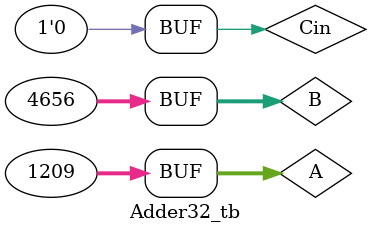
<source format=v>
`timescale 1ns/1ns
`include "Adder32.v"

`define BITS 32

module Adder32_tb;
reg [`BITS-1:0]A;
reg [`BITS-1:0]B;
reg Cin;
wire [`BITS-1:0]S;
wire Cout;

Adder32 uut(.A(A),.B(B),.Cin(Cin),.S(S),.Cout(Cout));

initial begin
    $dumpfile("Adder32_test.vcd");
    $dumpvars(0,Adder32_tb);

    A=1209;B=4656;Cin=0;#20;
    
    $display("Test finished", A,B,S);
end
endmodule
</source>
